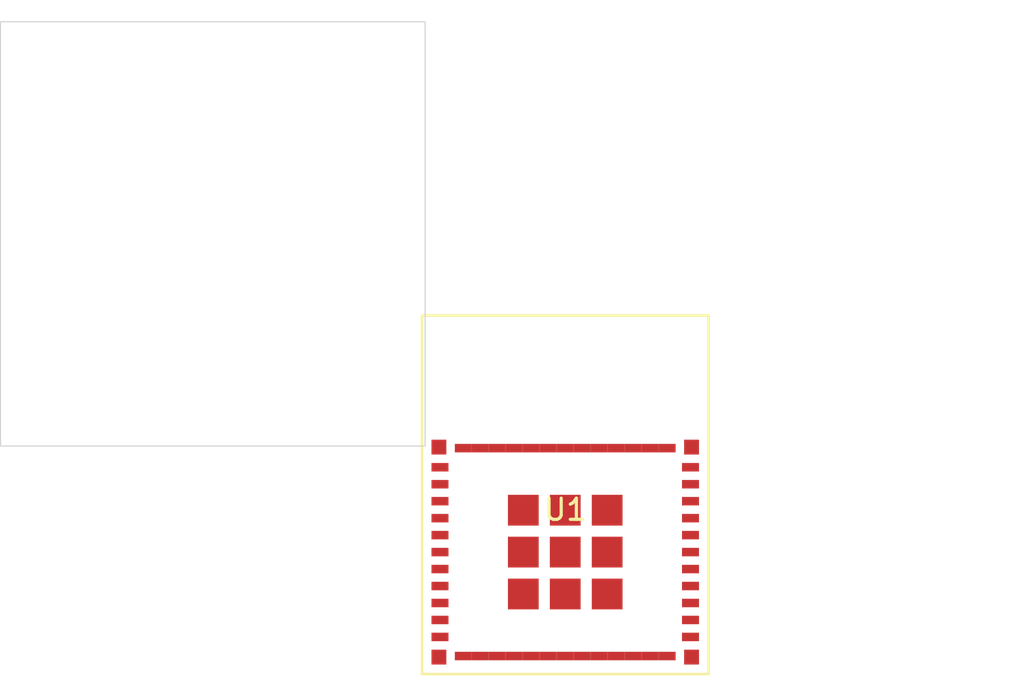
<source format=kicad_pcb>
(kicad_pcb (version 20241229) (generator "pcbnew") (generator_version "9.0")
  (layers (0 "F.Cu" signal) (2 "B.Cu" signal) (13 "F.Paste" user) (15 "B.Paste" user) (5 "F.SilkS" user "F.Silkscreen") (7 "B.SilkS" user "B.Silkscreen") (1 "F.Mask" user) (3 "B.Mask" user) (25 "Edge.Cuts" user))
  (net 0 "")
  (net 1 "VCC_3V3")
  (net 2 "SDA_IMU")
  (net 3 "SCL_IMU")
  (net 4 "GND")
  (net 5 "USB_DP")
  (net 6 "USB_DM")
  (footprint "RF_Module:ESP32-C6-MINI-1" (layer "F.Cu") (at 26.599999999999998 25.0)
    (property "Reference" "U1" (at 0 -2 0) (layer "F.SilkS") (effects (font (size 1.0 1.0))))
    (property "Value" "")
    (fp_line (start -6.75 -11.15) (end 6.75 -11.15) (stroke (width 0.12)) (layer "F.SilkS"))
    (fp_line (start -6.75 5.75) (end -6.75 -11.15) (stroke (width 0.12)) (layer "F.SilkS"))
    (fp_line (start 6.75 -11.15) (end 6.75 5.75) (stroke (width 0.12)) (layer "F.SilkS"))
    (fp_line (start 6.75 5.75) (end -6.75 5.75) (stroke (width 0.12)) (layer "F.SilkS"))
    (pad "1" smd rect (at -5.9 -4.0) (size 0.8 0.4) (layers "F.Cu" "F.Mask" "F.Paste") (net 4 "GND"))
    (pad "2" smd rect (at -5.9 -3.2) (size 0.8 0.4) (layers "F.Cu" "F.Mask" "F.Paste") (net 4 "GND"))
    (pad "3" smd rect (at -5.9 -2.4) (size 0.8 0.4) (layers "F.Cu" "F.Mask" "F.Paste") (net 1 "VCC_3V3"))
    (pad "4" smd rect (at -5.9 -1.6) (size 0.8 0.4) (layers "F.Cu" "F.Mask" "F.Paste"))
    (pad "5" smd rect (at -5.9 -0.8) (size 0.8 0.4) (layers "F.Cu" "F.Mask" "F.Paste"))
    (pad "6" smd rect (at -5.9 0.0) (size 0.8 0.4) (layers "F.Cu" "F.Mask" "F.Paste"))
    (pad "7" smd rect (at -5.9 0.8) (size 0.8 0.4) (layers "F.Cu" "F.Mask" "F.Paste"))
    (pad "8" smd rect (at -5.9 1.6) (size 0.8 0.4) (layers "F.Cu" "F.Mask" "F.Paste") (net 1 "VCC_3V3"))
    (pad "9" smd rect (at -5.9 2.4) (size 0.8 0.4) (layers "F.Cu" "F.Mask" "F.Paste"))
    (pad "10" smd rect (at -5.9 3.2) (size 0.8 0.4) (layers "F.Cu" "F.Mask" "F.Paste"))
    (pad "11" smd rect (at -5.9 4.0) (size 0.8 0.4) (layers "F.Cu" "F.Mask" "F.Paste") (net 4 "GND"))
    (pad "12" smd rect (at -4.8 4.9) (size 0.8 0.4) (layers "F.Cu" "F.Mask" "F.Paste"))
    (pad "13" smd rect (at -4.0 4.9) (size 0.8 0.4) (layers "F.Cu" "F.Mask" "F.Paste"))
    (pad "14" smd rect (at -3.2 4.9) (size 0.8 0.4) (layers "F.Cu" "F.Mask" "F.Paste") (net 4 "GND"))
    (pad "15" smd rect (at -2.4 4.9) (size 0.8 0.4) (layers "F.Cu" "F.Mask" "F.Paste"))
    (pad "16" smd rect (at -1.6 4.9) (size 0.8 0.4) (layers "F.Cu" "F.Mask" "F.Paste"))
    (pad "17" smd rect (at -0.8 4.9) (size 0.8 0.4) (layers "F.Cu" "F.Mask" "F.Paste"))
    (pad "18" smd rect (at 0.0 4.9) (size 0.8 0.4) (layers "F.Cu" "F.Mask" "F.Paste"))
    (pad "19" smd rect (at 0.8 4.9) (size 0.8 0.4) (layers "F.Cu" "F.Mask" "F.Paste"))
    (pad "20" smd rect (at 1.6 4.9) (size 0.8 0.4) (layers "F.Cu" "F.Mask" "F.Paste"))
    (pad "21" smd rect (at 2.4 4.9) (size 0.8 0.4) (layers "F.Cu" "F.Mask" "F.Paste"))
    (pad "22" smd rect (at 3.2 4.9) (size 0.8 0.4) (layers "F.Cu" "F.Mask" "F.Paste") (net 2 "SDA_IMU"))
    (pad "23" smd rect (at 4.0 4.9) (size 0.8 0.4) (layers "F.Cu" "F.Mask" "F.Paste") (net 3 "SCL_IMU"))
    (pad "24" smd rect (at 4.8 4.9) (size 0.8 0.4) (layers "F.Cu" "F.Mask" "F.Paste"))
    (pad "25" smd rect (at 5.9 4.0) (size 0.8 0.4) (layers "F.Cu" "F.Mask" "F.Paste") (net 5 "USB_DP"))
    (pad "26" smd rect (at 5.9 3.2) (size 0.8 0.4) (layers "F.Cu" "F.Mask" "F.Paste") (net 6 "USB_DM"))
    (pad "27" smd rect (at 5.9 2.4) (size 0.8 0.4) (layers "F.Cu" "F.Mask" "F.Paste"))
    (pad "28" smd rect (at 5.9 1.6) (size 0.8 0.4) (layers "F.Cu" "F.Mask" "F.Paste"))
    (pad "29" smd rect (at 5.9 0.8) (size 0.8 0.4) (layers "F.Cu" "F.Mask" "F.Paste"))
    (pad "30" smd rect (at 5.9 0.0) (size 0.8 0.4) (layers "F.Cu" "F.Mask" "F.Paste"))
    (pad "31" smd rect (at 5.9 -0.8) (size 0.8 0.4) (layers "F.Cu" "F.Mask" "F.Paste"))
    (pad "32" smd rect (at 5.9 -1.6) (size 0.8 0.4) (layers "F.Cu" "F.Mask" "F.Paste"))
    (pad "33" smd rect (at 5.9 -2.4) (size 0.8 0.4) (layers "F.Cu" "F.Mask" "F.Paste"))
    (pad "34" smd rect (at 5.9 -3.2) (size 0.8 0.4) (layers "F.Cu" "F.Mask" "F.Paste"))
    (pad "35" smd rect (at 5.9 -4.0) (size 0.8 0.4) (layers "F.Cu" "F.Mask" "F.Paste"))
    (pad "36" smd rect (at 4.8 -4.9) (size 0.8 0.4) (layers "F.Cu" "F.Mask" "F.Paste") (net 4 "GND"))
    (pad "37" smd rect (at 4.0 -4.9) (size 0.8 0.4) (layers "F.Cu" "F.Mask" "F.Paste") (net 4 "GND"))
    (pad "38" smd rect (at 3.2 -4.9) (size 0.8 0.4) (layers "F.Cu" "F.Mask" "F.Paste") (net 4 "GND"))
    (pad "39" smd rect (at 2.4 -4.9) (size 0.8 0.4) (layers "F.Cu" "F.Mask" "F.Paste") (net 4 "GND"))
    (pad "40" smd rect (at 1.6 -4.9) (size 0.8 0.4) (layers "F.Cu" "F.Mask" "F.Paste") (net 4 "GND"))
    (pad "41" smd rect (at 0.8 -4.9) (size 0.8 0.4) (layers "F.Cu" "F.Mask" "F.Paste") (net 4 "GND"))
    (pad "42" smd rect (at 0.0 -4.9) (size 0.8 0.4) (layers "F.Cu" "F.Mask" "F.Paste") (net 4 "GND"))
    (pad "43" smd rect (at -0.8 -4.9) (size 0.8 0.4) (layers "F.Cu" "F.Mask" "F.Paste") (net 4 "GND"))
    (pad "44" smd rect (at -1.6 -4.9) (size 0.8 0.4) (layers "F.Cu" "F.Mask" "F.Paste") (net 4 "GND"))
    (pad "45" smd rect (at -2.4 -4.9) (size 0.8 0.4) (layers "F.Cu" "F.Mask" "F.Paste") (net 4 "GND"))
    (pad "46" smd rect (at -3.2 -4.9) (size 0.8 0.4) (layers "F.Cu" "F.Mask" "F.Paste") (net 4 "GND"))
    (pad "47" smd rect (at -4.0 -4.9) (size 0.8 0.4) (layers "F.Cu" "F.Mask" "F.Paste") (net 4 "GND"))
    (pad "48" smd rect (at -4.8 -4.9) (size 0.8 0.4) (layers "F.Cu" "F.Mask" "F.Paste") (net 4 "GND"))
    (pad "49" smd roundrect (at -1.975 -1.975) (size 1.45 1.45) (layers "F.Cu" "F.Mask" "F.Paste") (roundrect_rratio 0.0) (net 4 "GND") (property pad_prop_heatsink))
    (pad "49" smd rect (at -1.975 0.0) (size 1.45 1.45) (layers "F.Cu" "F.Mask" "F.Paste") (net 4 "GND") (property pad_prop_heatsink))
    (pad "49" smd rect (at -1.975 1.975) (size 1.45 1.45) (layers "F.Cu" "F.Mask" "F.Paste") (net 4 "GND") (property pad_prop_heatsink))
    (pad "49" smd rect (at 0.0 -1.975) (size 1.45 1.45) (layers "F.Cu" "F.Mask" "F.Paste") (net 4 "GND") (property pad_prop_heatsink))
    (pad "49" smd rect (size 1.45 1.45) (layers "F.Cu" "F.Mask" "F.Paste") (net 4 "GND") (property pad_prop_heatsink))
    (pad "49" smd rect (at 0.0 1.975) (size 1.45 1.45) (layers "F.Cu" "F.Mask" "F.Paste") (net 4 "GND") (property pad_prop_heatsink))
    (pad "49" smd rect (at 1.975 -1.975) (size 1.45 1.45) (layers "F.Cu" "F.Mask" "F.Paste") (net 4 "GND") (property pad_prop_heatsink))
    (pad "49" smd rect (at 1.975 0.0) (size 1.45 1.45) (layers "F.Cu" "F.Mask" "F.Paste") (net 4 "GND") (property pad_prop_heatsink))
    (pad "49" smd rect (at 1.975 1.975) (size 1.45 1.45) (layers "F.Cu" "F.Mask" "F.Paste") (net 4 "GND") (property pad_prop_heatsink))
    (pad "50" smd rect (at 5.95 -4.95) (size 0.7 0.7) (layers "F.Cu" "F.Mask" "F.Paste") (net 4 "GND"))
    (pad "51" smd rect (at 5.95 4.95) (size 0.7 0.7) (layers "F.Cu" "F.Mask" "F.Paste") (net 4 "GND"))
    (pad "52" smd rect (at -5.95 4.95) (size 0.7 0.7) (layers "F.Cu" "F.Mask" "F.Paste") (net 4 "GND"))
    (pad "53" smd rect (at -5.95 -4.95) (size 0.7 0.7) (layers "F.Cu" "F.Mask" "F.Paste") (net 4 "GND"))
  )
  (gr_rect (start 0 0) (end 20.0 20.0) (stroke (width 0.05)) (fill no) (layer "Edge.Cuts"))
)
</source>
